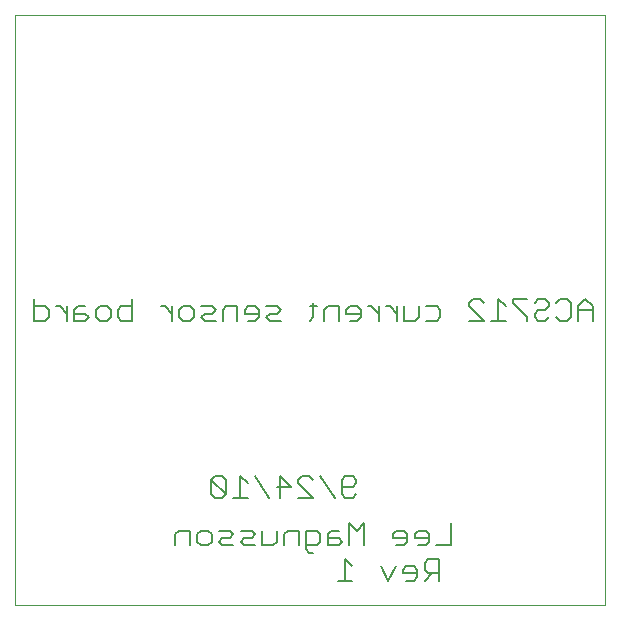
<source format=gbo>
G75*
G70*
%OFA0B0*%
%FSLAX24Y24*%
%IPPOS*%
%LPD*%
%AMOC8*
5,1,8,0,0,1.08239X$1,22.5*
%
%ADD10C,0.0000*%
%ADD11C,0.0060*%
D10*
X000181Y000181D02*
X000181Y019866D01*
X019866Y019866D01*
X019866Y000181D01*
X000181Y000181D01*
D11*
X005533Y002180D02*
X005533Y002544D01*
X005654Y002665D01*
X006018Y002665D01*
X006018Y002180D01*
X006258Y002301D02*
X006258Y002544D01*
X006379Y002665D01*
X006622Y002665D01*
X006743Y002544D01*
X006743Y002301D01*
X006622Y002180D01*
X006379Y002180D01*
X006258Y002301D01*
X006983Y002301D02*
X007104Y002423D01*
X007347Y002423D01*
X007468Y002544D01*
X007347Y002665D01*
X006983Y002665D01*
X006983Y002301D02*
X007104Y002180D01*
X007468Y002180D01*
X007708Y002301D02*
X007829Y002423D01*
X008072Y002423D01*
X008193Y002544D01*
X008072Y002665D01*
X007708Y002665D01*
X007708Y002301D02*
X007829Y002180D01*
X008193Y002180D01*
X008433Y002180D02*
X008433Y002665D01*
X008918Y002665D02*
X008918Y002301D01*
X008797Y002180D01*
X008433Y002180D01*
X009158Y002180D02*
X009158Y002544D01*
X009279Y002665D01*
X009643Y002665D01*
X009643Y002180D01*
X009883Y002180D02*
X010247Y002180D01*
X010368Y002301D01*
X010368Y002544D01*
X010247Y002665D01*
X009883Y002665D01*
X009883Y002059D01*
X010004Y001937D01*
X010126Y001937D01*
X010608Y002180D02*
X010972Y002180D01*
X011093Y002301D01*
X010972Y002423D01*
X010608Y002423D01*
X010608Y002544D02*
X010608Y002180D01*
X010608Y002544D02*
X010729Y002665D01*
X010972Y002665D01*
X011333Y002908D02*
X011333Y002180D01*
X011182Y001727D02*
X011182Y000999D01*
X011425Y000999D02*
X010939Y000999D01*
X011425Y001484D02*
X011182Y001727D01*
X011818Y002180D02*
X011818Y002908D01*
X011576Y002665D01*
X011333Y002908D01*
X011447Y003755D02*
X011205Y003755D01*
X011083Y003876D01*
X011083Y004361D01*
X011205Y004483D01*
X011447Y004483D01*
X011569Y004361D01*
X011569Y004240D01*
X011447Y004119D01*
X011083Y004119D01*
X010844Y003755D02*
X010358Y004483D01*
X010119Y004361D02*
X009997Y004483D01*
X009755Y004483D01*
X009633Y004361D01*
X009633Y004240D01*
X010119Y003755D01*
X009633Y003755D01*
X009394Y004119D02*
X008908Y004119D01*
X009030Y003755D02*
X009030Y004483D01*
X009394Y004119D01*
X008669Y003755D02*
X008183Y004483D01*
X007944Y004240D02*
X007701Y004483D01*
X007701Y003755D01*
X007944Y003755D02*
X007458Y003755D01*
X007219Y003876D02*
X007097Y003755D01*
X006855Y003755D01*
X006733Y003876D01*
X006733Y004361D01*
X007219Y003876D01*
X007219Y004361D01*
X007097Y004483D01*
X006855Y004483D01*
X006733Y004361D01*
X011447Y003755D02*
X011569Y003876D01*
X012783Y002544D02*
X012783Y002423D01*
X013268Y002423D01*
X013268Y002544D02*
X013147Y002665D01*
X012904Y002665D01*
X012783Y002544D01*
X012904Y002180D02*
X013147Y002180D01*
X013268Y002301D01*
X013268Y002544D01*
X013508Y002544D02*
X013629Y002665D01*
X013872Y002665D01*
X013993Y002544D01*
X013993Y002301D01*
X013872Y002180D01*
X013629Y002180D01*
X013508Y002423D02*
X013993Y002423D01*
X014233Y002180D02*
X014718Y002180D01*
X014718Y002908D01*
X014325Y001727D02*
X013961Y001727D01*
X013839Y001605D01*
X013839Y001363D01*
X013961Y001241D01*
X014325Y001241D01*
X014082Y001241D02*
X013839Y000999D01*
X013600Y001120D02*
X013600Y001363D01*
X013478Y001484D01*
X013236Y001484D01*
X013114Y001363D01*
X013114Y001241D01*
X013600Y001241D01*
X013600Y001120D02*
X013478Y000999D01*
X013236Y000999D01*
X012875Y001484D02*
X012632Y000999D01*
X012389Y001484D01*
X013508Y002423D02*
X013508Y002544D01*
X014325Y001727D02*
X014325Y000999D01*
X014246Y009660D02*
X013882Y009660D01*
X013643Y009782D02*
X013521Y009660D01*
X013157Y009660D01*
X013157Y010146D01*
X012918Y010146D02*
X012918Y009660D01*
X012918Y009903D02*
X012675Y010146D01*
X012554Y010146D01*
X012314Y010146D02*
X012314Y009660D01*
X012314Y009903D02*
X012071Y010146D01*
X011950Y010146D01*
X011709Y010024D02*
X011588Y010146D01*
X011345Y010146D01*
X011224Y010024D01*
X011224Y009903D01*
X011709Y009903D01*
X011709Y009782D02*
X011709Y010024D01*
X011709Y009782D02*
X011588Y009660D01*
X011345Y009660D01*
X010984Y009660D02*
X010984Y010146D01*
X010620Y010146D01*
X010499Y010024D01*
X010499Y009660D01*
X010138Y009782D02*
X010017Y009660D01*
X010138Y009782D02*
X010138Y010267D01*
X010259Y010146D02*
X010017Y010146D01*
X009051Y010024D02*
X008930Y010146D01*
X008566Y010146D01*
X008326Y010024D02*
X008205Y010146D01*
X007962Y010146D01*
X007841Y010024D01*
X007841Y009903D01*
X008326Y009903D01*
X008326Y009782D02*
X008326Y010024D01*
X008326Y009782D02*
X008205Y009660D01*
X007962Y009660D01*
X007601Y009660D02*
X007601Y010146D01*
X007237Y010146D01*
X007116Y010024D01*
X007116Y009660D01*
X006876Y009660D02*
X006512Y009660D01*
X006391Y009782D01*
X006512Y009903D01*
X006755Y009903D01*
X006876Y010024D01*
X006755Y010146D01*
X006391Y010146D01*
X006151Y010024D02*
X006151Y009782D01*
X006030Y009660D01*
X005787Y009660D01*
X005666Y009782D01*
X005666Y010024D01*
X005787Y010146D01*
X006030Y010146D01*
X006151Y010024D01*
X005426Y009903D02*
X005183Y010146D01*
X005062Y010146D01*
X005426Y010146D02*
X005426Y009660D01*
X004097Y009660D02*
X003733Y009660D01*
X003612Y009782D01*
X003612Y010024D01*
X003733Y010146D01*
X004097Y010146D01*
X004097Y010388D02*
X004097Y009660D01*
X003372Y009782D02*
X003251Y009660D01*
X003008Y009660D01*
X002887Y009782D01*
X002887Y010024D01*
X003008Y010146D01*
X003251Y010146D01*
X003372Y010024D01*
X003372Y009782D01*
X002647Y009782D02*
X002526Y009903D01*
X002162Y009903D01*
X002162Y010024D02*
X002162Y009660D01*
X002526Y009660D01*
X002647Y009782D01*
X002526Y010146D02*
X002283Y010146D01*
X002162Y010024D01*
X001922Y009903D02*
X001679Y010146D01*
X001558Y010146D01*
X001318Y010024D02*
X001196Y010146D01*
X000832Y010146D01*
X000832Y010388D02*
X000832Y009660D01*
X001196Y009660D01*
X001318Y009782D01*
X001318Y010024D01*
X001922Y010146D02*
X001922Y009660D01*
X008566Y009782D02*
X008687Y009903D01*
X008930Y009903D01*
X009051Y010024D01*
X009051Y009660D02*
X008687Y009660D01*
X008566Y009782D01*
X013643Y009782D02*
X013643Y010146D01*
X013882Y010146D02*
X014246Y010146D01*
X014368Y010024D01*
X014368Y009782D01*
X014246Y009660D01*
X015332Y009660D02*
X015818Y009660D01*
X015332Y010146D01*
X015332Y010267D01*
X015454Y010388D01*
X015696Y010388D01*
X015818Y010267D01*
X016300Y010388D02*
X016300Y009660D01*
X016543Y009660D02*
X016057Y009660D01*
X016543Y010146D02*
X016300Y010388D01*
X016782Y010388D02*
X016782Y010267D01*
X017268Y009782D01*
X017268Y009660D01*
X017507Y009782D02*
X017507Y009903D01*
X017629Y010024D01*
X017871Y010024D01*
X017993Y010146D01*
X017993Y010267D01*
X017871Y010388D01*
X017629Y010388D01*
X017507Y010267D01*
X017268Y010388D02*
X016782Y010388D01*
X017507Y009782D02*
X017629Y009660D01*
X017871Y009660D01*
X017993Y009782D01*
X018232Y009782D02*
X018354Y009660D01*
X018596Y009660D01*
X018718Y009782D01*
X018718Y010267D01*
X018596Y010388D01*
X018354Y010388D01*
X018232Y010267D01*
X018957Y010146D02*
X018957Y009660D01*
X018957Y010024D02*
X019443Y010024D01*
X019443Y010146D02*
X019443Y009660D01*
X019443Y010146D02*
X019200Y010388D01*
X018957Y010146D01*
M02*

</source>
